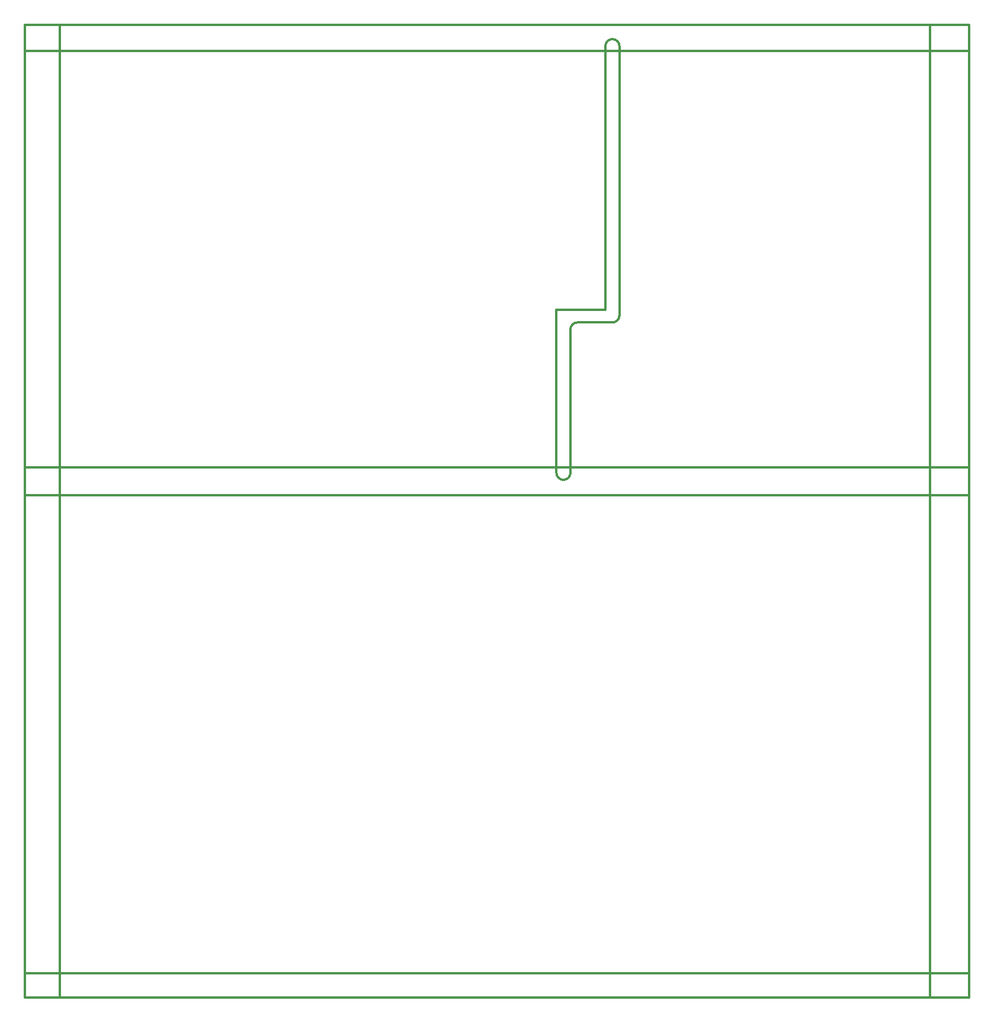
<source format=gko>
G04*
G04 #@! TF.GenerationSoftware,Altium Limited,Altium Designer,24.0.1 (36)*
G04*
G04 Layer_Color=16711935*
%FSTAX24Y24*%
%MOIN*%
G70*
G04*
G04 #@! TF.SameCoordinates,F3E9A89A-E33D-43AE-B610-609CB64B5824*
G04*
G04*
G04 #@! TF.FilePolarity,Positive*
G04*
G01*
G75*
%ADD111C,0.0118*%
D111*
X148032Y099409D02*
G03*
X147638Y099803I-000394J0D01*
G01*
D02*
G03*
X147244Y099409I0J-000394D01*
G01*
X147638Y083858D02*
G03*
X148032Y084252I0J000394D01*
G01*
X145669Y083858D02*
G03*
X145276Y083465I0J-000394D01*
G01*
X144488Y075394D02*
G03*
X144882Y075I000394J0D01*
G01*
D02*
G03*
X145276Y075394I0J000394D01*
G01*
X114567Y047244D02*
X167717D01*
X114567Y099134D02*
X167717D01*
X147244Y084567D02*
X147244Y099409D01*
X144488Y084567D02*
X147244D01*
X144488Y075394D02*
Y084567D01*
X145276Y075394D02*
Y083465D01*
X114567Y075709D02*
X167717D01*
X145669Y083858D02*
X147638D01*
X148031Y084252D02*
X148032Y099409D01*
X114567Y074134D02*
X167717D01*
X114567Y045866D02*
X167717D01*
X165512D02*
X165512Y100591D01*
X116535Y045866D02*
X116535Y100591D01*
X114567D02*
X114567Y045866D01*
X114567Y100591D02*
X167717D01*
X167717Y045866D02*
X167717Y100591D01*
X116535Y099134D02*
X116535Y075709D01*
X116535Y099134D02*
X147244D01*
Y084567D02*
Y099134D01*
X144488Y084567D02*
X147244D01*
X144488Y075709D02*
Y084567D01*
X116535Y075709D02*
X144488D01*
M02*

</source>
